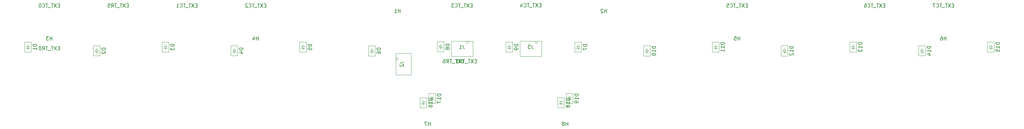
<source format=gbr>
G04 #@! TF.GenerationSoftware,KiCad,Pcbnew,(6.0.10-0)*
G04 #@! TF.CreationDate,2023-02-16T10:13:06+09:00*
G04 #@! TF.ProjectId,Sandy_Top,53616e64-795f-4546-9f70-2e6b69636164,v.0*
G04 #@! TF.SameCoordinates,Original*
G04 #@! TF.FileFunction,AssemblyDrawing,Bot*
%FSLAX46Y46*%
G04 Gerber Fmt 4.6, Leading zero omitted, Abs format (unit mm)*
G04 Created by KiCad (PCBNEW (6.0.10-0)) date 2023-02-16 10:13:06*
%MOMM*%
%LPD*%
G01*
G04 APERTURE LIST*
%ADD10C,0.150000*%
%ADD11C,0.100000*%
G04 APERTURE END LIST*
D10*
X167838643Y-30027660D02*
X167838643Y-30741946D01*
X167886262Y-30884803D01*
X167981500Y-30980041D01*
X168124357Y-31027660D01*
X168219595Y-31027660D01*
X167457690Y-30027660D02*
X166838643Y-30027660D01*
X167171976Y-30408613D01*
X167029119Y-30408613D01*
X166933881Y-30456232D01*
X166886262Y-30503851D01*
X166838643Y-30599089D01*
X166838643Y-30837184D01*
X166886262Y-30932422D01*
X166933881Y-30980041D01*
X167029119Y-31027660D01*
X167314833Y-31027660D01*
X167410071Y-30980041D01*
X167457690Y-30932422D01*
X131238940Y-35004446D02*
X131953226Y-35004446D01*
X132096083Y-34956827D01*
X132191321Y-34861589D01*
X132238940Y-34718732D01*
X132238940Y-34623494D01*
X131334179Y-35433018D02*
X131286560Y-35480637D01*
X131238940Y-35575875D01*
X131238940Y-35813970D01*
X131286560Y-35909208D01*
X131334179Y-35956827D01*
X131429417Y-36004446D01*
X131524655Y-36004446D01*
X131667512Y-35956827D01*
X132238940Y-35385399D01*
X132238940Y-36004446D01*
X148788643Y-30027660D02*
X148788643Y-30741946D01*
X148836262Y-30884803D01*
X148931500Y-30980041D01*
X149074357Y-31027660D01*
X149169595Y-31027660D01*
X147788643Y-31027660D02*
X148360071Y-31027660D01*
X148074357Y-31027660D02*
X148074357Y-30027660D01*
X148169595Y-30170518D01*
X148264833Y-30265756D01*
X148360071Y-30313375D01*
X177792214Y-52458910D02*
X177792214Y-51458910D01*
X177792214Y-51935101D02*
X177220786Y-51935101D01*
X177220786Y-52458910D02*
X177220786Y-51458910D01*
X176601738Y-51887482D02*
X176696976Y-51839863D01*
X176744595Y-51792244D01*
X176792214Y-51697006D01*
X176792214Y-51649387D01*
X176744595Y-51554149D01*
X176696976Y-51506530D01*
X176601738Y-51458910D01*
X176411262Y-51458910D01*
X176316024Y-51506530D01*
X176268405Y-51554149D01*
X176220786Y-51649387D01*
X176220786Y-51697006D01*
X176268405Y-51792244D01*
X176316024Y-51839863D01*
X176411262Y-51887482D01*
X176601738Y-51887482D01*
X176696976Y-51935101D01*
X176744595Y-51982720D01*
X176792214Y-52077958D01*
X176792214Y-52268434D01*
X176744595Y-52363672D01*
X176696976Y-52411291D01*
X176601738Y-52458910D01*
X176411262Y-52458910D01*
X176316024Y-52411291D01*
X176268405Y-52363672D01*
X176220786Y-52268434D01*
X176220786Y-52077958D01*
X176268405Y-51982720D01*
X176316024Y-51935101D01*
X176411262Y-51887482D01*
X139692214Y-52458910D02*
X139692214Y-51458910D01*
X139692214Y-51935101D02*
X139120786Y-51935101D01*
X139120786Y-52458910D02*
X139120786Y-51458910D01*
X138739833Y-51458910D02*
X138073167Y-51458910D01*
X138501738Y-52458910D01*
X282567214Y-28646410D02*
X282567214Y-27646410D01*
X282567214Y-28122601D02*
X281995786Y-28122601D01*
X281995786Y-28646410D02*
X281995786Y-27646410D01*
X281091024Y-27646410D02*
X281281500Y-27646410D01*
X281376738Y-27694030D01*
X281424357Y-27741649D01*
X281519595Y-27884506D01*
X281567214Y-28074982D01*
X281567214Y-28455934D01*
X281519595Y-28551172D01*
X281471976Y-28598791D01*
X281376738Y-28646410D01*
X281186262Y-28646410D01*
X281091024Y-28598791D01*
X281043405Y-28551172D01*
X280995786Y-28455934D01*
X280995786Y-28217839D01*
X281043405Y-28122601D01*
X281091024Y-28074982D01*
X281186262Y-28027363D01*
X281376738Y-28027363D01*
X281471976Y-28074982D01*
X281519595Y-28122601D01*
X281567214Y-28217839D01*
X225417214Y-28646410D02*
X225417214Y-27646410D01*
X225417214Y-28122601D02*
X224845786Y-28122601D01*
X224845786Y-28646410D02*
X224845786Y-27646410D01*
X223893405Y-27646410D02*
X224369595Y-27646410D01*
X224417214Y-28122601D01*
X224369595Y-28074982D01*
X224274357Y-28027363D01*
X224036262Y-28027363D01*
X223941024Y-28074982D01*
X223893405Y-28122601D01*
X223845786Y-28217839D01*
X223845786Y-28455934D01*
X223893405Y-28551172D01*
X223941024Y-28598791D01*
X224036262Y-28646410D01*
X224274357Y-28646410D01*
X224369595Y-28598791D01*
X224417214Y-28551172D01*
X92067214Y-28646410D02*
X92067214Y-27646410D01*
X92067214Y-28122601D02*
X91495786Y-28122601D01*
X91495786Y-28646410D02*
X91495786Y-27646410D01*
X90591024Y-27979744D02*
X90591024Y-28646410D01*
X90829119Y-27598791D02*
X91067214Y-28313077D01*
X90448167Y-28313077D01*
X34917214Y-28646410D02*
X34917214Y-27646410D01*
X34917214Y-28122601D02*
X34345786Y-28122601D01*
X34345786Y-28646410D02*
X34345786Y-27646410D01*
X33964833Y-27646410D02*
X33345786Y-27646410D01*
X33679119Y-28027363D01*
X33536262Y-28027363D01*
X33441024Y-28074982D01*
X33393405Y-28122601D01*
X33345786Y-28217839D01*
X33345786Y-28455934D01*
X33393405Y-28551172D01*
X33441024Y-28598791D01*
X33536262Y-28646410D01*
X33821976Y-28646410D01*
X33917214Y-28598791D01*
X33964833Y-28551172D01*
X188507839Y-21014035D02*
X188507839Y-20014035D01*
X188507839Y-20490226D02*
X187936411Y-20490226D01*
X187936411Y-21014035D02*
X187936411Y-20014035D01*
X187507839Y-20109274D02*
X187460220Y-20061655D01*
X187364982Y-20014035D01*
X187126887Y-20014035D01*
X187031649Y-20061655D01*
X186984030Y-20109274D01*
X186936411Y-20204512D01*
X186936411Y-20299750D01*
X186984030Y-20442607D01*
X187555458Y-21014035D01*
X186936411Y-21014035D01*
X131357839Y-21014035D02*
X131357839Y-20014035D01*
X131357839Y-20490226D02*
X130786411Y-20490226D01*
X130786411Y-21014035D02*
X130786411Y-20014035D01*
X129786411Y-21014035D02*
X130357839Y-21014035D01*
X130072125Y-21014035D02*
X130072125Y-20014035D01*
X130167363Y-20156893D01*
X130262601Y-20252131D01*
X130357839Y-20299750D01*
X148883583Y-34456976D02*
X148550250Y-34456976D01*
X148407393Y-34980785D02*
X148883583Y-34980785D01*
X148883583Y-33980785D01*
X148407393Y-33980785D01*
X148074060Y-33980785D02*
X147407393Y-34980785D01*
X147407393Y-33980785D02*
X148074060Y-34980785D01*
X147169298Y-33980785D02*
X146597869Y-33980785D01*
X146883583Y-34980785D02*
X146883583Y-33980785D01*
X146502631Y-35076024D02*
X145740726Y-35076024D01*
X145645488Y-33980785D02*
X145074060Y-33980785D01*
X145359774Y-34980785D02*
X145359774Y-33980785D01*
X144169298Y-34980785D02*
X144502631Y-34504595D01*
X144740726Y-34980785D02*
X144740726Y-33980785D01*
X144359774Y-33980785D01*
X144264536Y-34028405D01*
X144216917Y-34076024D01*
X144169298Y-34171262D01*
X144169298Y-34314119D01*
X144216917Y-34409357D01*
X144264536Y-34456976D01*
X144359774Y-34504595D01*
X144740726Y-34504595D01*
X143312155Y-33980785D02*
X143502631Y-33980785D01*
X143597869Y-34028405D01*
X143645488Y-34076024D01*
X143740726Y-34218881D01*
X143788345Y-34409357D01*
X143788345Y-34790309D01*
X143740726Y-34885547D01*
X143693107Y-34933166D01*
X143597869Y-34980785D01*
X143407393Y-34980785D01*
X143312155Y-34933166D01*
X143264536Y-34885547D01*
X143216917Y-34790309D01*
X143216917Y-34552214D01*
X143264536Y-34456976D01*
X143312155Y-34409357D01*
X143407393Y-34361738D01*
X143597869Y-34361738D01*
X143693107Y-34409357D01*
X143740726Y-34456976D01*
X143788345Y-34552214D01*
X152455458Y-34456976D02*
X152122125Y-34456976D01*
X151979268Y-34980785D02*
X152455458Y-34980785D01*
X152455458Y-33980785D01*
X151979268Y-33980785D01*
X151645935Y-33980785D02*
X150979268Y-34980785D01*
X150979268Y-33980785D02*
X151645935Y-34980785D01*
X150741173Y-33980785D02*
X150169744Y-33980785D01*
X150455458Y-34980785D02*
X150455458Y-33980785D01*
X150074506Y-35076024D02*
X149312601Y-35076024D01*
X149217363Y-33980785D02*
X148645935Y-33980785D01*
X148931649Y-34980785D02*
X148931649Y-33980785D01*
X147741173Y-34980785D02*
X148074506Y-34504595D01*
X148312601Y-34980785D02*
X148312601Y-33980785D01*
X147931649Y-33980785D01*
X147836411Y-34028405D01*
X147788792Y-34076024D01*
X147741173Y-34171262D01*
X147741173Y-34314119D01*
X147788792Y-34409357D01*
X147836411Y-34456976D01*
X147931649Y-34504595D01*
X148312601Y-34504595D01*
X146788792Y-34980785D02*
X147360220Y-34980785D01*
X147074506Y-34980785D02*
X147074506Y-33980785D01*
X147169744Y-34123643D01*
X147264982Y-34218881D01*
X147360220Y-34266500D01*
X56014833Y-18978851D02*
X55681500Y-18978851D01*
X55538643Y-19502660D02*
X56014833Y-19502660D01*
X56014833Y-18502660D01*
X55538643Y-18502660D01*
X55205310Y-18502660D02*
X54538643Y-19502660D01*
X54538643Y-18502660D02*
X55205310Y-19502660D01*
X54300548Y-18502660D02*
X53729119Y-18502660D01*
X54014833Y-19502660D02*
X54014833Y-18502660D01*
X53633881Y-19597899D02*
X52871976Y-19597899D01*
X52776738Y-18502660D02*
X52205310Y-18502660D01*
X52491024Y-19502660D02*
X52491024Y-18502660D01*
X51300548Y-19502660D02*
X51633881Y-19026470D01*
X51871976Y-19502660D02*
X51871976Y-18502660D01*
X51491024Y-18502660D01*
X51395786Y-18550280D01*
X51348167Y-18597899D01*
X51300548Y-18693137D01*
X51300548Y-18835994D01*
X51348167Y-18931232D01*
X51395786Y-18978851D01*
X51491024Y-19026470D01*
X51871976Y-19026470D01*
X50395786Y-18502660D02*
X50871976Y-18502660D01*
X50919595Y-18978851D01*
X50871976Y-18931232D01*
X50776738Y-18883613D01*
X50538643Y-18883613D01*
X50443405Y-18931232D01*
X50395786Y-18978851D01*
X50348167Y-19074089D01*
X50348167Y-19312184D01*
X50395786Y-19407422D01*
X50443405Y-19455041D01*
X50538643Y-19502660D01*
X50776738Y-19502660D01*
X50871976Y-19455041D01*
X50919595Y-19407422D01*
X36964833Y-30885101D02*
X36631500Y-30885101D01*
X36488643Y-31408910D02*
X36964833Y-31408910D01*
X36964833Y-30408910D01*
X36488643Y-30408910D01*
X36155310Y-30408910D02*
X35488643Y-31408910D01*
X35488643Y-30408910D02*
X36155310Y-31408910D01*
X35250548Y-30408910D02*
X34679119Y-30408910D01*
X34964833Y-31408910D02*
X34964833Y-30408910D01*
X34583881Y-31504149D02*
X33821976Y-31504149D01*
X33726738Y-30408910D02*
X33155310Y-30408910D01*
X33441024Y-31408910D02*
X33441024Y-30408910D01*
X32250548Y-31408910D02*
X32583881Y-30932720D01*
X32821976Y-31408910D02*
X32821976Y-30408910D01*
X32441024Y-30408910D01*
X32345786Y-30456530D01*
X32298167Y-30504149D01*
X32250548Y-30599387D01*
X32250548Y-30742244D01*
X32298167Y-30837482D01*
X32345786Y-30885101D01*
X32441024Y-30932720D01*
X32821976Y-30932720D01*
X31631500Y-30408910D02*
X31536262Y-30408910D01*
X31441024Y-30456530D01*
X31393405Y-30504149D01*
X31345786Y-30599387D01*
X31298167Y-30789863D01*
X31298167Y-31027958D01*
X31345786Y-31218434D01*
X31393405Y-31313672D01*
X31441024Y-31361291D01*
X31536262Y-31408910D01*
X31631500Y-31408910D01*
X31726738Y-31361291D01*
X31774357Y-31313672D01*
X31821976Y-31218434D01*
X31869595Y-31027958D01*
X31869595Y-30789863D01*
X31821976Y-30599387D01*
X31774357Y-30504149D01*
X31726738Y-30456530D01*
X31631500Y-30408910D01*
X284614833Y-18988226D02*
X284281500Y-18988226D01*
X284138643Y-19512035D02*
X284614833Y-19512035D01*
X284614833Y-18512035D01*
X284138643Y-18512035D01*
X283805310Y-18512035D02*
X283138643Y-19512035D01*
X283138643Y-18512035D02*
X283805310Y-19512035D01*
X282900548Y-18512035D02*
X282329119Y-18512035D01*
X282614833Y-19512035D02*
X282614833Y-18512035D01*
X282233881Y-19607274D02*
X281471976Y-19607274D01*
X281376738Y-18512035D02*
X280805310Y-18512035D01*
X281091024Y-19512035D02*
X281091024Y-18512035D01*
X279900548Y-19416797D02*
X279948167Y-19464416D01*
X280091024Y-19512035D01*
X280186262Y-19512035D01*
X280329119Y-19464416D01*
X280424357Y-19369178D01*
X280471976Y-19273940D01*
X280519595Y-19083464D01*
X280519595Y-18940607D01*
X280471976Y-18750131D01*
X280424357Y-18654893D01*
X280329119Y-18559655D01*
X280186262Y-18512035D01*
X280091024Y-18512035D01*
X279948167Y-18559655D01*
X279900548Y-18607274D01*
X279567214Y-18512035D02*
X278900548Y-18512035D01*
X279329119Y-19512035D01*
X265564833Y-18978851D02*
X265231500Y-18978851D01*
X265088643Y-19502660D02*
X265564833Y-19502660D01*
X265564833Y-18502660D01*
X265088643Y-18502660D01*
X264755310Y-18502660D02*
X264088643Y-19502660D01*
X264088643Y-18502660D02*
X264755310Y-19502660D01*
X263850548Y-18502660D02*
X263279119Y-18502660D01*
X263564833Y-19502660D02*
X263564833Y-18502660D01*
X263183881Y-19597899D02*
X262421976Y-19597899D01*
X262326738Y-18502660D02*
X261755310Y-18502660D01*
X262041024Y-19502660D02*
X262041024Y-18502660D01*
X260850548Y-19407422D02*
X260898167Y-19455041D01*
X261041024Y-19502660D01*
X261136262Y-19502660D01*
X261279119Y-19455041D01*
X261374357Y-19359803D01*
X261421976Y-19264565D01*
X261469595Y-19074089D01*
X261469595Y-18931232D01*
X261421976Y-18740756D01*
X261374357Y-18645518D01*
X261279119Y-18550280D01*
X261136262Y-18502660D01*
X261041024Y-18502660D01*
X260898167Y-18550280D01*
X260850548Y-18597899D01*
X259993405Y-18502660D02*
X260183881Y-18502660D01*
X260279119Y-18550280D01*
X260326738Y-18597899D01*
X260421976Y-18740756D01*
X260469595Y-18931232D01*
X260469595Y-19312184D01*
X260421976Y-19407422D01*
X260374357Y-19455041D01*
X260279119Y-19502660D01*
X260088643Y-19502660D01*
X259993405Y-19455041D01*
X259945786Y-19407422D01*
X259898167Y-19312184D01*
X259898167Y-19074089D01*
X259945786Y-18978851D01*
X259993405Y-18931232D01*
X260088643Y-18883613D01*
X260279119Y-18883613D01*
X260374357Y-18931232D01*
X260421976Y-18978851D01*
X260469595Y-19074089D01*
X227464833Y-18978851D02*
X227131500Y-18978851D01*
X226988643Y-19502660D02*
X227464833Y-19502660D01*
X227464833Y-18502660D01*
X226988643Y-18502660D01*
X226655310Y-18502660D02*
X225988643Y-19502660D01*
X225988643Y-18502660D02*
X226655310Y-19502660D01*
X225750548Y-18502660D02*
X225179119Y-18502660D01*
X225464833Y-19502660D02*
X225464833Y-18502660D01*
X225083881Y-19597899D02*
X224321976Y-19597899D01*
X224226738Y-18502660D02*
X223655310Y-18502660D01*
X223941024Y-19502660D02*
X223941024Y-18502660D01*
X222750548Y-19407422D02*
X222798167Y-19455041D01*
X222941024Y-19502660D01*
X223036262Y-19502660D01*
X223179119Y-19455041D01*
X223274357Y-19359803D01*
X223321976Y-19264565D01*
X223369595Y-19074089D01*
X223369595Y-18931232D01*
X223321976Y-18740756D01*
X223274357Y-18645518D01*
X223179119Y-18550280D01*
X223036262Y-18502660D01*
X222941024Y-18502660D01*
X222798167Y-18550280D01*
X222750548Y-18597899D01*
X221845786Y-18502660D02*
X222321976Y-18502660D01*
X222369595Y-18978851D01*
X222321976Y-18931232D01*
X222226738Y-18883613D01*
X221988643Y-18883613D01*
X221893405Y-18931232D01*
X221845786Y-18978851D01*
X221798167Y-19074089D01*
X221798167Y-19312184D01*
X221845786Y-19407422D01*
X221893405Y-19455041D01*
X221988643Y-19502660D01*
X222226738Y-19502660D01*
X222321976Y-19455041D01*
X222369595Y-19407422D01*
X170314833Y-18931976D02*
X169981500Y-18931976D01*
X169838643Y-19455785D02*
X170314833Y-19455785D01*
X170314833Y-18455785D01*
X169838643Y-18455785D01*
X169505310Y-18455785D02*
X168838643Y-19455785D01*
X168838643Y-18455785D02*
X169505310Y-19455785D01*
X168600548Y-18455785D02*
X168029119Y-18455785D01*
X168314833Y-19455785D02*
X168314833Y-18455785D01*
X167933881Y-19551024D02*
X167171976Y-19551024D01*
X167076738Y-18455785D02*
X166505310Y-18455785D01*
X166791024Y-19455785D02*
X166791024Y-18455785D01*
X165600548Y-19360547D02*
X165648167Y-19408166D01*
X165791024Y-19455785D01*
X165886262Y-19455785D01*
X166029119Y-19408166D01*
X166124357Y-19312928D01*
X166171976Y-19217690D01*
X166219595Y-19027214D01*
X166219595Y-18884357D01*
X166171976Y-18693881D01*
X166124357Y-18598643D01*
X166029119Y-18503405D01*
X165886262Y-18455785D01*
X165791024Y-18455785D01*
X165648167Y-18503405D01*
X165600548Y-18551024D01*
X164743405Y-18789119D02*
X164743405Y-19455785D01*
X164981500Y-18408166D02*
X165219595Y-19122452D01*
X164600548Y-19122452D01*
X151264833Y-18988226D02*
X150931500Y-18988226D01*
X150788643Y-19512035D02*
X151264833Y-19512035D01*
X151264833Y-18512035D01*
X150788643Y-18512035D01*
X150455310Y-18512035D02*
X149788643Y-19512035D01*
X149788643Y-18512035D02*
X150455310Y-19512035D01*
X149550548Y-18512035D02*
X148979119Y-18512035D01*
X149264833Y-19512035D02*
X149264833Y-18512035D01*
X148883881Y-19607274D02*
X148121976Y-19607274D01*
X148026738Y-18512035D02*
X147455310Y-18512035D01*
X147741024Y-19512035D02*
X147741024Y-18512035D01*
X146550548Y-19416797D02*
X146598167Y-19464416D01*
X146741024Y-19512035D01*
X146836262Y-19512035D01*
X146979119Y-19464416D01*
X147074357Y-19369178D01*
X147121976Y-19273940D01*
X147169595Y-19083464D01*
X147169595Y-18940607D01*
X147121976Y-18750131D01*
X147074357Y-18654893D01*
X146979119Y-18559655D01*
X146836262Y-18512035D01*
X146741024Y-18512035D01*
X146598167Y-18559655D01*
X146550548Y-18607274D01*
X146217214Y-18512035D02*
X145598167Y-18512035D01*
X145931500Y-18892988D01*
X145788643Y-18892988D01*
X145693405Y-18940607D01*
X145645786Y-18988226D01*
X145598167Y-19083464D01*
X145598167Y-19321559D01*
X145645786Y-19416797D01*
X145693405Y-19464416D01*
X145788643Y-19512035D01*
X146074357Y-19512035D01*
X146169595Y-19464416D01*
X146217214Y-19416797D01*
X94114833Y-18988226D02*
X93781500Y-18988226D01*
X93638643Y-19512035D02*
X94114833Y-19512035D01*
X94114833Y-18512035D01*
X93638643Y-18512035D01*
X93305310Y-18512035D02*
X92638643Y-19512035D01*
X92638643Y-18512035D02*
X93305310Y-19512035D01*
X92400548Y-18512035D02*
X91829119Y-18512035D01*
X92114833Y-19512035D02*
X92114833Y-18512035D01*
X91733881Y-19607274D02*
X90971976Y-19607274D01*
X90876738Y-18512035D02*
X90305310Y-18512035D01*
X90591024Y-19512035D02*
X90591024Y-18512035D01*
X89400548Y-19416797D02*
X89448167Y-19464416D01*
X89591024Y-19512035D01*
X89686262Y-19512035D01*
X89829119Y-19464416D01*
X89924357Y-19369178D01*
X89971976Y-19273940D01*
X90019595Y-19083464D01*
X90019595Y-18940607D01*
X89971976Y-18750131D01*
X89924357Y-18654893D01*
X89829119Y-18559655D01*
X89686262Y-18512035D01*
X89591024Y-18512035D01*
X89448167Y-18559655D01*
X89400548Y-18607274D01*
X89019595Y-18607274D02*
X88971976Y-18559655D01*
X88876738Y-18512035D01*
X88638643Y-18512035D01*
X88543405Y-18559655D01*
X88495786Y-18607274D01*
X88448167Y-18702512D01*
X88448167Y-18797750D01*
X88495786Y-18940607D01*
X89067214Y-19512035D01*
X88448167Y-19512035D01*
X75064833Y-18988226D02*
X74731500Y-18988226D01*
X74588643Y-19512035D02*
X75064833Y-19512035D01*
X75064833Y-18512035D01*
X74588643Y-18512035D01*
X74255310Y-18512035D02*
X73588643Y-19512035D01*
X73588643Y-18512035D02*
X74255310Y-19512035D01*
X73350548Y-18512035D02*
X72779119Y-18512035D01*
X73064833Y-19512035D02*
X73064833Y-18512035D01*
X72683881Y-19607274D02*
X71921976Y-19607274D01*
X71826738Y-18512035D02*
X71255310Y-18512035D01*
X71541024Y-19512035D02*
X71541024Y-18512035D01*
X70350548Y-19416797D02*
X70398167Y-19464416D01*
X70541024Y-19512035D01*
X70636262Y-19512035D01*
X70779119Y-19464416D01*
X70874357Y-19369178D01*
X70921976Y-19273940D01*
X70969595Y-19083464D01*
X70969595Y-18940607D01*
X70921976Y-18750131D01*
X70874357Y-18654893D01*
X70779119Y-18559655D01*
X70636262Y-18512035D01*
X70541024Y-18512035D01*
X70398167Y-18559655D01*
X70350548Y-18607274D01*
X69398167Y-19512035D02*
X69969595Y-19512035D01*
X69683881Y-19512035D02*
X69683881Y-18512035D01*
X69779119Y-18654893D01*
X69874357Y-18750131D01*
X69969595Y-18797750D01*
X36964833Y-18988226D02*
X36631500Y-18988226D01*
X36488643Y-19512035D02*
X36964833Y-19512035D01*
X36964833Y-18512035D01*
X36488643Y-18512035D01*
X36155310Y-18512035D02*
X35488643Y-19512035D01*
X35488643Y-18512035D02*
X36155310Y-19512035D01*
X35250548Y-18512035D02*
X34679119Y-18512035D01*
X34964833Y-19512035D02*
X34964833Y-18512035D01*
X34583881Y-19607274D02*
X33821976Y-19607274D01*
X33726738Y-18512035D02*
X33155310Y-18512035D01*
X33441024Y-19512035D02*
X33441024Y-18512035D01*
X32250548Y-19416797D02*
X32298167Y-19464416D01*
X32441024Y-19512035D01*
X32536262Y-19512035D01*
X32679119Y-19464416D01*
X32774357Y-19369178D01*
X32821976Y-19273940D01*
X32869595Y-19083464D01*
X32869595Y-18940607D01*
X32821976Y-18750131D01*
X32774357Y-18654893D01*
X32679119Y-18559655D01*
X32536262Y-18512035D01*
X32441024Y-18512035D01*
X32298167Y-18559655D01*
X32250548Y-18607274D01*
X31631500Y-18512035D02*
X31536262Y-18512035D01*
X31441024Y-18559655D01*
X31393405Y-18607274D01*
X31345786Y-18702512D01*
X31298167Y-18892988D01*
X31298167Y-19131083D01*
X31345786Y-19321559D01*
X31393405Y-19416797D01*
X31441024Y-19464416D01*
X31536262Y-19512035D01*
X31631500Y-19512035D01*
X31726738Y-19464416D01*
X31774357Y-19416797D01*
X31821976Y-19321559D01*
X31869595Y-19131083D01*
X31869595Y-18892988D01*
X31821976Y-18702512D01*
X31774357Y-18607274D01*
X31726738Y-18559655D01*
X31631500Y-18512035D01*
X180673315Y-43648494D02*
X179673315Y-43648494D01*
X179673315Y-43886589D01*
X179720935Y-44029446D01*
X179816173Y-44124684D01*
X179911411Y-44172303D01*
X180101887Y-44219922D01*
X180244744Y-44219922D01*
X180435220Y-44172303D01*
X180530458Y-44124684D01*
X180625696Y-44029446D01*
X180673315Y-43886589D01*
X180673315Y-43648494D01*
X180673315Y-45172303D02*
X180673315Y-44600875D01*
X180673315Y-44886589D02*
X179673315Y-44886589D01*
X179816173Y-44791351D01*
X179911411Y-44696113D01*
X179959030Y-44600875D01*
X180673315Y-45648494D02*
X180673315Y-45838970D01*
X180625696Y-45934208D01*
X180578077Y-45981827D01*
X180435220Y-46077065D01*
X180244744Y-46124684D01*
X179863792Y-46124684D01*
X179768554Y-46077065D01*
X179720935Y-46029446D01*
X179673315Y-45934208D01*
X179673315Y-45743732D01*
X179720935Y-45648494D01*
X179768554Y-45600875D01*
X179863792Y-45553256D01*
X180101887Y-45553256D01*
X180197125Y-45600875D01*
X180244744Y-45648494D01*
X180292363Y-45743732D01*
X180292363Y-45934208D01*
X180244744Y-46029446D01*
X180197125Y-46077065D01*
X180101887Y-46124684D01*
X178292065Y-44839119D02*
X177292065Y-44839119D01*
X177292065Y-45077214D01*
X177339685Y-45220071D01*
X177434923Y-45315309D01*
X177530161Y-45362928D01*
X177720637Y-45410547D01*
X177863494Y-45410547D01*
X178053970Y-45362928D01*
X178149208Y-45315309D01*
X178244446Y-45220071D01*
X178292065Y-45077214D01*
X178292065Y-44839119D01*
X178292065Y-46362928D02*
X178292065Y-45791500D01*
X178292065Y-46077214D02*
X177292065Y-46077214D01*
X177434923Y-45981976D01*
X177530161Y-45886738D01*
X177577780Y-45791500D01*
X177720637Y-46934357D02*
X177673018Y-46839119D01*
X177625399Y-46791500D01*
X177530161Y-46743881D01*
X177482542Y-46743881D01*
X177387304Y-46791500D01*
X177339685Y-46839119D01*
X177292065Y-46934357D01*
X177292065Y-47124833D01*
X177339685Y-47220071D01*
X177387304Y-47267690D01*
X177482542Y-47315309D01*
X177530161Y-47315309D01*
X177625399Y-47267690D01*
X177673018Y-47220071D01*
X177720637Y-47124833D01*
X177720637Y-46934357D01*
X177768256Y-46839119D01*
X177815875Y-46791500D01*
X177911113Y-46743881D01*
X178101589Y-46743881D01*
X178196827Y-46791500D01*
X178244446Y-46839119D01*
X178292065Y-46934357D01*
X178292065Y-47124833D01*
X178244446Y-47220071D01*
X178196827Y-47267690D01*
X178101589Y-47315309D01*
X177911113Y-47315309D01*
X177815875Y-47267690D01*
X177768256Y-47220071D01*
X177720637Y-47124833D01*
X142573315Y-43648494D02*
X141573315Y-43648494D01*
X141573315Y-43886589D01*
X141620935Y-44029446D01*
X141716173Y-44124684D01*
X141811411Y-44172303D01*
X142001887Y-44219922D01*
X142144744Y-44219922D01*
X142335220Y-44172303D01*
X142430458Y-44124684D01*
X142525696Y-44029446D01*
X142573315Y-43886589D01*
X142573315Y-43648494D01*
X142573315Y-45172303D02*
X142573315Y-44600875D01*
X142573315Y-44886589D02*
X141573315Y-44886589D01*
X141716173Y-44791351D01*
X141811411Y-44696113D01*
X141859030Y-44600875D01*
X141573315Y-45505637D02*
X141573315Y-46172303D01*
X142573315Y-45743732D01*
X140192065Y-44839119D02*
X139192065Y-44839119D01*
X139192065Y-45077214D01*
X139239685Y-45220071D01*
X139334923Y-45315309D01*
X139430161Y-45362928D01*
X139620637Y-45410547D01*
X139763494Y-45410547D01*
X139953970Y-45362928D01*
X140049208Y-45315309D01*
X140144446Y-45220071D01*
X140192065Y-45077214D01*
X140192065Y-44839119D01*
X140192065Y-46362928D02*
X140192065Y-45791500D01*
X140192065Y-46077214D02*
X139192065Y-46077214D01*
X139334923Y-45981976D01*
X139430161Y-45886738D01*
X139477780Y-45791500D01*
X139192065Y-47220071D02*
X139192065Y-47029595D01*
X139239685Y-46934357D01*
X139287304Y-46886738D01*
X139430161Y-46791500D01*
X139620637Y-46743881D01*
X140001589Y-46743881D01*
X140096827Y-46791500D01*
X140144446Y-46839119D01*
X140192065Y-46934357D01*
X140192065Y-47124833D01*
X140144446Y-47220071D01*
X140096827Y-47267690D01*
X140001589Y-47315309D01*
X139763494Y-47315309D01*
X139668256Y-47267690D01*
X139620637Y-47220071D01*
X139573018Y-47124833D01*
X139573018Y-46934357D01*
X139620637Y-46839119D01*
X139668256Y-46791500D01*
X139763494Y-46743881D01*
X297354565Y-29360994D02*
X296354565Y-29360994D01*
X296354565Y-29599089D01*
X296402185Y-29741946D01*
X296497423Y-29837184D01*
X296592661Y-29884803D01*
X296783137Y-29932422D01*
X296925994Y-29932422D01*
X297116470Y-29884803D01*
X297211708Y-29837184D01*
X297306946Y-29741946D01*
X297354565Y-29599089D01*
X297354565Y-29360994D01*
X297354565Y-30884803D02*
X297354565Y-30313375D01*
X297354565Y-30599089D02*
X296354565Y-30599089D01*
X296497423Y-30503851D01*
X296592661Y-30408613D01*
X296640280Y-30313375D01*
X296354565Y-31789565D02*
X296354565Y-31313375D01*
X296830756Y-31265756D01*
X296783137Y-31313375D01*
X296735518Y-31408613D01*
X296735518Y-31646708D01*
X296783137Y-31741946D01*
X296830756Y-31789565D01*
X296925994Y-31837184D01*
X297164089Y-31837184D01*
X297259327Y-31789565D01*
X297306946Y-31741946D01*
X297354565Y-31646708D01*
X297354565Y-31408613D01*
X297306946Y-31313375D01*
X297259327Y-31265756D01*
X278304565Y-30410994D02*
X277304565Y-30410994D01*
X277304565Y-30649089D01*
X277352185Y-30791946D01*
X277447423Y-30887184D01*
X277542661Y-30934803D01*
X277733137Y-30982422D01*
X277875994Y-30982422D01*
X278066470Y-30934803D01*
X278161708Y-30887184D01*
X278256946Y-30791946D01*
X278304565Y-30649089D01*
X278304565Y-30410994D01*
X278304565Y-31934803D02*
X278304565Y-31363375D01*
X278304565Y-31649089D02*
X277304565Y-31649089D01*
X277447423Y-31553851D01*
X277542661Y-31458613D01*
X277590280Y-31363375D01*
X277637899Y-32791946D02*
X278304565Y-32791946D01*
X277256946Y-32553851D02*
X277971232Y-32315756D01*
X277971232Y-32934803D01*
X259254565Y-29360994D02*
X258254565Y-29360994D01*
X258254565Y-29599089D01*
X258302185Y-29741946D01*
X258397423Y-29837184D01*
X258492661Y-29884803D01*
X258683137Y-29932422D01*
X258825994Y-29932422D01*
X259016470Y-29884803D01*
X259111708Y-29837184D01*
X259206946Y-29741946D01*
X259254565Y-29599089D01*
X259254565Y-29360994D01*
X259254565Y-30884803D02*
X259254565Y-30313375D01*
X259254565Y-30599089D02*
X258254565Y-30599089D01*
X258397423Y-30503851D01*
X258492661Y-30408613D01*
X258540280Y-30313375D01*
X258254565Y-31218137D02*
X258254565Y-31837184D01*
X258635518Y-31503851D01*
X258635518Y-31646708D01*
X258683137Y-31741946D01*
X258730756Y-31789565D01*
X258825994Y-31837184D01*
X259064089Y-31837184D01*
X259159327Y-31789565D01*
X259206946Y-31741946D01*
X259254565Y-31646708D01*
X259254565Y-31360994D01*
X259206946Y-31265756D01*
X259159327Y-31218137D01*
X240204565Y-30414994D02*
X239204565Y-30414994D01*
X239204565Y-30653089D01*
X239252185Y-30795946D01*
X239347423Y-30891184D01*
X239442661Y-30938803D01*
X239633137Y-30986422D01*
X239775994Y-30986422D01*
X239966470Y-30938803D01*
X240061708Y-30891184D01*
X240156946Y-30795946D01*
X240204565Y-30653089D01*
X240204565Y-30414994D01*
X240204565Y-31938803D02*
X240204565Y-31367375D01*
X240204565Y-31653089D02*
X239204565Y-31653089D01*
X239347423Y-31557851D01*
X239442661Y-31462613D01*
X239490280Y-31367375D01*
X239299804Y-32319756D02*
X239252185Y-32367375D01*
X239204565Y-32462613D01*
X239204565Y-32700708D01*
X239252185Y-32795946D01*
X239299804Y-32843565D01*
X239395042Y-32891184D01*
X239490280Y-32891184D01*
X239633137Y-32843565D01*
X240204565Y-32272137D01*
X240204565Y-32891184D01*
X221154565Y-29360994D02*
X220154565Y-29360994D01*
X220154565Y-29599089D01*
X220202185Y-29741946D01*
X220297423Y-29837184D01*
X220392661Y-29884803D01*
X220583137Y-29932422D01*
X220725994Y-29932422D01*
X220916470Y-29884803D01*
X221011708Y-29837184D01*
X221106946Y-29741946D01*
X221154565Y-29599089D01*
X221154565Y-29360994D01*
X221154565Y-30884803D02*
X221154565Y-30313375D01*
X221154565Y-30599089D02*
X220154565Y-30599089D01*
X220297423Y-30503851D01*
X220392661Y-30408613D01*
X220440280Y-30313375D01*
X221154565Y-31837184D02*
X221154565Y-31265756D01*
X221154565Y-31551470D02*
X220154565Y-31551470D01*
X220297423Y-31456232D01*
X220392661Y-31360994D01*
X220440280Y-31265756D01*
X202104565Y-30414994D02*
X201104565Y-30414994D01*
X201104565Y-30653089D01*
X201152185Y-30795946D01*
X201247423Y-30891184D01*
X201342661Y-30938803D01*
X201533137Y-30986422D01*
X201675994Y-30986422D01*
X201866470Y-30938803D01*
X201961708Y-30891184D01*
X202056946Y-30795946D01*
X202104565Y-30653089D01*
X202104565Y-30414994D01*
X202104565Y-31938803D02*
X202104565Y-31367375D01*
X202104565Y-31653089D02*
X201104565Y-31653089D01*
X201247423Y-31557851D01*
X201342661Y-31462613D01*
X201390280Y-31367375D01*
X201104565Y-32557851D02*
X201104565Y-32653089D01*
X201152185Y-32748327D01*
X201199804Y-32795946D01*
X201295042Y-32843565D01*
X201485518Y-32891184D01*
X201723613Y-32891184D01*
X201914089Y-32843565D01*
X202009327Y-32795946D01*
X202056946Y-32748327D01*
X202104565Y-32653089D01*
X202104565Y-32557851D01*
X202056946Y-32462613D01*
X202009327Y-32414994D01*
X201914089Y-32367375D01*
X201723613Y-32319756D01*
X201485518Y-32319756D01*
X201295042Y-32367375D01*
X201199804Y-32414994D01*
X201152185Y-32462613D01*
X201104565Y-32557851D01*
X164004565Y-29837184D02*
X163004565Y-29837184D01*
X163004565Y-30075280D01*
X163052185Y-30218137D01*
X163147423Y-30313375D01*
X163242661Y-30360994D01*
X163433137Y-30408613D01*
X163575994Y-30408613D01*
X163766470Y-30360994D01*
X163861708Y-30313375D01*
X163956946Y-30218137D01*
X164004565Y-30075280D01*
X164004565Y-29837184D01*
X164004565Y-30884803D02*
X164004565Y-31075280D01*
X163956946Y-31170518D01*
X163909327Y-31218137D01*
X163766470Y-31313375D01*
X163575994Y-31360994D01*
X163195042Y-31360994D01*
X163099804Y-31313375D01*
X163052185Y-31265756D01*
X163004565Y-31170518D01*
X163004565Y-30980041D01*
X163052185Y-30884803D01*
X163099804Y-30837184D01*
X163195042Y-30789565D01*
X163433137Y-30789565D01*
X163528375Y-30837184D01*
X163575994Y-30884803D01*
X163623613Y-30980041D01*
X163623613Y-31170518D01*
X163575994Y-31265756D01*
X163528375Y-31313375D01*
X163433137Y-31360994D01*
X144954565Y-29737184D02*
X143954565Y-29737184D01*
X143954565Y-29975280D01*
X144002185Y-30118137D01*
X144097423Y-30213375D01*
X144192661Y-30260994D01*
X144383137Y-30308613D01*
X144525994Y-30308613D01*
X144716470Y-30260994D01*
X144811708Y-30213375D01*
X144906946Y-30118137D01*
X144954565Y-29975280D01*
X144954565Y-29737184D01*
X144383137Y-30880041D02*
X144335518Y-30784803D01*
X144287899Y-30737184D01*
X144192661Y-30689565D01*
X144145042Y-30689565D01*
X144049804Y-30737184D01*
X144002185Y-30784803D01*
X143954565Y-30880041D01*
X143954565Y-31070518D01*
X144002185Y-31165756D01*
X144049804Y-31213375D01*
X144145042Y-31260994D01*
X144192661Y-31260994D01*
X144287899Y-31213375D01*
X144335518Y-31165756D01*
X144383137Y-31070518D01*
X144383137Y-30880041D01*
X144430756Y-30784803D01*
X144478375Y-30737184D01*
X144573613Y-30689565D01*
X144764089Y-30689565D01*
X144859327Y-30737184D01*
X144906946Y-30784803D01*
X144954565Y-30880041D01*
X144954565Y-31070518D01*
X144906946Y-31165756D01*
X144859327Y-31213375D01*
X144764089Y-31260994D01*
X144573613Y-31260994D01*
X144478375Y-31213375D01*
X144430756Y-31165756D01*
X144383137Y-31070518D01*
X183054565Y-29837184D02*
X182054565Y-29837184D01*
X182054565Y-30075280D01*
X182102185Y-30218137D01*
X182197423Y-30313375D01*
X182292661Y-30360994D01*
X182483137Y-30408613D01*
X182625994Y-30408613D01*
X182816470Y-30360994D01*
X182911708Y-30313375D01*
X183006946Y-30218137D01*
X183054565Y-30075280D01*
X183054565Y-29837184D01*
X182054565Y-30741946D02*
X182054565Y-31408613D01*
X183054565Y-30980041D01*
X125904565Y-30891184D02*
X124904565Y-30891184D01*
X124904565Y-31129280D01*
X124952185Y-31272137D01*
X125047423Y-31367375D01*
X125142661Y-31414994D01*
X125333137Y-31462613D01*
X125475994Y-31462613D01*
X125666470Y-31414994D01*
X125761708Y-31367375D01*
X125856946Y-31272137D01*
X125904565Y-31129280D01*
X125904565Y-30891184D01*
X124904565Y-32319756D02*
X124904565Y-32129280D01*
X124952185Y-32034041D01*
X124999804Y-31986422D01*
X125142661Y-31891184D01*
X125333137Y-31843565D01*
X125714089Y-31843565D01*
X125809327Y-31891184D01*
X125856946Y-31938803D01*
X125904565Y-32034041D01*
X125904565Y-32224518D01*
X125856946Y-32319756D01*
X125809327Y-32367375D01*
X125714089Y-32414994D01*
X125475994Y-32414994D01*
X125380756Y-32367375D01*
X125333137Y-32319756D01*
X125285518Y-32224518D01*
X125285518Y-32034041D01*
X125333137Y-31938803D01*
X125380756Y-31891184D01*
X125475994Y-31843565D01*
X106854565Y-29837184D02*
X105854565Y-29837184D01*
X105854565Y-30075280D01*
X105902185Y-30218137D01*
X105997423Y-30313375D01*
X106092661Y-30360994D01*
X106283137Y-30408613D01*
X106425994Y-30408613D01*
X106616470Y-30360994D01*
X106711708Y-30313375D01*
X106806946Y-30218137D01*
X106854565Y-30075280D01*
X106854565Y-29837184D01*
X105854565Y-31313375D02*
X105854565Y-30837184D01*
X106330756Y-30789565D01*
X106283137Y-30837184D01*
X106235518Y-30932422D01*
X106235518Y-31170518D01*
X106283137Y-31265756D01*
X106330756Y-31313375D01*
X106425994Y-31360994D01*
X106664089Y-31360994D01*
X106759327Y-31313375D01*
X106806946Y-31265756D01*
X106854565Y-31170518D01*
X106854565Y-30932422D01*
X106806946Y-30837184D01*
X106759327Y-30789565D01*
X87804565Y-30887184D02*
X86804565Y-30887184D01*
X86804565Y-31125280D01*
X86852185Y-31268137D01*
X86947423Y-31363375D01*
X87042661Y-31410994D01*
X87233137Y-31458613D01*
X87375994Y-31458613D01*
X87566470Y-31410994D01*
X87661708Y-31363375D01*
X87756946Y-31268137D01*
X87804565Y-31125280D01*
X87804565Y-30887184D01*
X87137899Y-32315756D02*
X87804565Y-32315756D01*
X86756946Y-32077660D02*
X87471232Y-31839565D01*
X87471232Y-32458613D01*
X68754565Y-29837184D02*
X67754565Y-29837184D01*
X67754565Y-30075280D01*
X67802185Y-30218137D01*
X67897423Y-30313375D01*
X67992661Y-30360994D01*
X68183137Y-30408613D01*
X68325994Y-30408613D01*
X68516470Y-30360994D01*
X68611708Y-30313375D01*
X68706946Y-30218137D01*
X68754565Y-30075280D01*
X68754565Y-29837184D01*
X67754565Y-30741946D02*
X67754565Y-31360994D01*
X68135518Y-31027660D01*
X68135518Y-31170518D01*
X68183137Y-31265756D01*
X68230756Y-31313375D01*
X68325994Y-31360994D01*
X68564089Y-31360994D01*
X68659327Y-31313375D01*
X68706946Y-31265756D01*
X68754565Y-31170518D01*
X68754565Y-30884803D01*
X68706946Y-30789565D01*
X68659327Y-30741946D01*
X49704565Y-30887184D02*
X48704565Y-30887184D01*
X48704565Y-31125280D01*
X48752185Y-31268137D01*
X48847423Y-31363375D01*
X48942661Y-31410994D01*
X49133137Y-31458613D01*
X49275994Y-31458613D01*
X49466470Y-31410994D01*
X49561708Y-31363375D01*
X49656946Y-31268137D01*
X49704565Y-31125280D01*
X49704565Y-30887184D01*
X48799804Y-31839565D02*
X48752185Y-31887184D01*
X48704565Y-31982422D01*
X48704565Y-32220518D01*
X48752185Y-32315756D01*
X48799804Y-32363375D01*
X48895042Y-32410994D01*
X48990280Y-32410994D01*
X49133137Y-32363375D01*
X49704565Y-31791946D01*
X49704565Y-32410994D01*
X30654565Y-29837184D02*
X29654565Y-29837184D01*
X29654565Y-30075280D01*
X29702185Y-30218137D01*
X29797423Y-30313375D01*
X29892661Y-30360994D01*
X30083137Y-30408613D01*
X30225994Y-30408613D01*
X30416470Y-30360994D01*
X30511708Y-30313375D01*
X30606946Y-30218137D01*
X30654565Y-30075280D01*
X30654565Y-29837184D01*
X30654565Y-31360994D02*
X30654565Y-30789565D01*
X30654565Y-31075280D02*
X29654565Y-31075280D01*
X29797423Y-30980041D01*
X29892661Y-30884803D01*
X29940280Y-30789565D01*
D11*
X170505310Y-28900280D02*
X170505310Y-33150280D01*
X170505310Y-33150280D02*
X164505310Y-33150280D01*
X169505310Y-28900280D02*
X169005310Y-29607387D01*
X164505310Y-28900280D02*
X164505310Y-33150280D01*
X170505310Y-28900280D02*
X164505310Y-28900280D01*
X169005310Y-29607387D02*
X168505310Y-28900280D01*
X130111560Y-32337780D02*
X134361560Y-32337780D01*
X134361560Y-32337780D02*
X134361560Y-38337780D01*
X130111560Y-33337780D02*
X130818667Y-33837780D01*
X130111560Y-38337780D02*
X134361560Y-38337780D01*
X130111560Y-32337780D02*
X130111560Y-38337780D01*
X130818667Y-33837780D02*
X130111560Y-34337780D01*
X151455310Y-28900280D02*
X151455310Y-33150280D01*
X151455310Y-33150280D02*
X145455310Y-33150280D01*
X150455310Y-28900280D02*
X149955310Y-29607387D01*
X145455310Y-28900280D02*
X145455310Y-33150280D01*
X151455310Y-28900280D02*
X145455310Y-28900280D01*
X149955310Y-29607387D02*
X149455310Y-28900280D01*
X178220935Y-45212780D02*
X177670935Y-45212780D01*
X177820935Y-44612780D02*
X178220935Y-45212780D01*
X178220935Y-45212780D02*
X178620935Y-44612780D01*
X178220935Y-44612780D02*
X178220935Y-44112780D01*
X178220935Y-45612780D02*
X178220935Y-45212780D01*
X179120935Y-46262780D02*
X179120935Y-43462780D01*
X178220935Y-45212780D02*
X178770935Y-45212780D01*
X179120935Y-43462780D02*
X177320935Y-43462780D01*
X177320935Y-46262780D02*
X179120935Y-46262780D01*
X178620935Y-44612780D02*
X177820935Y-44612780D01*
X177320935Y-43462780D02*
X177320935Y-46262780D01*
X175839685Y-46403405D02*
X175289685Y-46403405D01*
X175439685Y-45803405D02*
X175839685Y-46403405D01*
X175839685Y-46403405D02*
X176239685Y-45803405D01*
X175839685Y-45803405D02*
X175839685Y-45303405D01*
X175839685Y-46803405D02*
X175839685Y-46403405D01*
X176739685Y-47453405D02*
X176739685Y-44653405D01*
X175839685Y-46403405D02*
X176389685Y-46403405D01*
X176739685Y-44653405D02*
X174939685Y-44653405D01*
X174939685Y-47453405D02*
X176739685Y-47453405D01*
X176239685Y-45803405D02*
X175439685Y-45803405D01*
X174939685Y-44653405D02*
X174939685Y-47453405D01*
X140120935Y-45212780D02*
X139570935Y-45212780D01*
X139720935Y-44612780D02*
X140120935Y-45212780D01*
X140120935Y-45212780D02*
X140520935Y-44612780D01*
X140120935Y-44612780D02*
X140120935Y-44112780D01*
X140120935Y-45612780D02*
X140120935Y-45212780D01*
X141020935Y-46262780D02*
X141020935Y-43462780D01*
X140120935Y-45212780D02*
X140670935Y-45212780D01*
X141020935Y-43462780D02*
X139220935Y-43462780D01*
X139220935Y-46262780D02*
X141020935Y-46262780D01*
X140520935Y-44612780D02*
X139720935Y-44612780D01*
X139220935Y-43462780D02*
X139220935Y-46262780D01*
X136839685Y-44653405D02*
X136839685Y-47453405D01*
X138139685Y-45803405D02*
X137339685Y-45803405D01*
X136839685Y-47453405D02*
X138639685Y-47453405D01*
X138639685Y-44653405D02*
X136839685Y-44653405D01*
X137739685Y-46403405D02*
X138289685Y-46403405D01*
X138639685Y-47453405D02*
X138639685Y-44653405D01*
X137739685Y-46803405D02*
X137739685Y-46403405D01*
X137739685Y-45803405D02*
X137739685Y-45303405D01*
X137739685Y-46403405D02*
X138139685Y-45803405D01*
X137339685Y-45803405D02*
X137739685Y-46403405D01*
X137739685Y-46403405D02*
X137189685Y-46403405D01*
X294902185Y-30925280D02*
X294352185Y-30925280D01*
X294502185Y-30325280D02*
X294902185Y-30925280D01*
X294902185Y-30925280D02*
X295302185Y-30325280D01*
X294902185Y-30325280D02*
X294902185Y-29825280D01*
X294902185Y-31325280D02*
X294902185Y-30925280D01*
X295802185Y-31975280D02*
X295802185Y-29175280D01*
X294902185Y-30925280D02*
X295452185Y-30925280D01*
X295802185Y-29175280D02*
X294002185Y-29175280D01*
X294002185Y-31975280D02*
X295802185Y-31975280D01*
X295302185Y-30325280D02*
X294502185Y-30325280D01*
X294002185Y-29175280D02*
X294002185Y-31975280D01*
X275852185Y-31975280D02*
X275302185Y-31975280D01*
X275452185Y-31375280D02*
X275852185Y-31975280D01*
X275852185Y-31975280D02*
X276252185Y-31375280D01*
X275852185Y-31375280D02*
X275852185Y-30875280D01*
X275852185Y-32375280D02*
X275852185Y-31975280D01*
X276752185Y-33025280D02*
X276752185Y-30225280D01*
X275852185Y-31975280D02*
X276402185Y-31975280D01*
X276752185Y-30225280D02*
X274952185Y-30225280D01*
X274952185Y-33025280D02*
X276752185Y-33025280D01*
X276252185Y-31375280D02*
X275452185Y-31375280D01*
X274952185Y-30225280D02*
X274952185Y-33025280D01*
X256802185Y-30925280D02*
X256252185Y-30925280D01*
X256402185Y-30325280D02*
X256802185Y-30925280D01*
X256802185Y-30925280D02*
X257202185Y-30325280D01*
X256802185Y-30325280D02*
X256802185Y-29825280D01*
X256802185Y-31325280D02*
X256802185Y-30925280D01*
X257702185Y-31975280D02*
X257702185Y-29175280D01*
X256802185Y-30925280D02*
X257352185Y-30925280D01*
X257702185Y-29175280D02*
X255902185Y-29175280D01*
X255902185Y-31975280D02*
X257702185Y-31975280D01*
X257202185Y-30325280D02*
X256402185Y-30325280D01*
X255902185Y-29175280D02*
X255902185Y-31975280D01*
X237752185Y-31979280D02*
X237202185Y-31979280D01*
X237352185Y-31379280D02*
X237752185Y-31979280D01*
X237752185Y-31979280D02*
X238152185Y-31379280D01*
X237752185Y-31379280D02*
X237752185Y-30879280D01*
X237752185Y-32379280D02*
X237752185Y-31979280D01*
X238652185Y-33029280D02*
X238652185Y-30229280D01*
X237752185Y-31979280D02*
X238302185Y-31979280D01*
X238652185Y-30229280D02*
X236852185Y-30229280D01*
X236852185Y-33029280D02*
X238652185Y-33029280D01*
X238152185Y-31379280D02*
X237352185Y-31379280D01*
X236852185Y-30229280D02*
X236852185Y-33029280D01*
X218702185Y-30925280D02*
X218152185Y-30925280D01*
X218302185Y-30325280D02*
X218702185Y-30925280D01*
X218702185Y-30925280D02*
X219102185Y-30325280D01*
X218702185Y-30325280D02*
X218702185Y-29825280D01*
X218702185Y-31325280D02*
X218702185Y-30925280D01*
X219602185Y-31975280D02*
X219602185Y-29175280D01*
X218702185Y-30925280D02*
X219252185Y-30925280D01*
X219602185Y-29175280D02*
X217802185Y-29175280D01*
X217802185Y-31975280D02*
X219602185Y-31975280D01*
X219102185Y-30325280D02*
X218302185Y-30325280D01*
X217802185Y-29175280D02*
X217802185Y-31975280D01*
X198752185Y-30229280D02*
X198752185Y-33029280D01*
X200052185Y-31379280D02*
X199252185Y-31379280D01*
X198752185Y-33029280D02*
X200552185Y-33029280D01*
X200552185Y-30229280D02*
X198752185Y-30229280D01*
X199652185Y-31979280D02*
X200202185Y-31979280D01*
X200552185Y-33029280D02*
X200552185Y-30229280D01*
X199652185Y-32379280D02*
X199652185Y-31979280D01*
X199652185Y-31379280D02*
X199652185Y-30879280D01*
X199652185Y-31979280D02*
X200052185Y-31379280D01*
X199252185Y-31379280D02*
X199652185Y-31979280D01*
X199652185Y-31979280D02*
X199102185Y-31979280D01*
X160652185Y-29175280D02*
X160652185Y-31975280D01*
X161952185Y-30325280D02*
X161152185Y-30325280D01*
X160652185Y-31975280D02*
X162452185Y-31975280D01*
X162452185Y-29175280D02*
X160652185Y-29175280D01*
X161552185Y-30925280D02*
X162102185Y-30925280D01*
X162452185Y-31975280D02*
X162452185Y-29175280D01*
X161552185Y-31325280D02*
X161552185Y-30925280D01*
X161552185Y-30325280D02*
X161552185Y-29825280D01*
X161552185Y-30925280D02*
X161952185Y-30325280D01*
X161152185Y-30325280D02*
X161552185Y-30925280D01*
X161552185Y-30925280D02*
X161002185Y-30925280D01*
X141602185Y-29075280D02*
X141602185Y-31875280D01*
X142902185Y-30225280D02*
X142102185Y-30225280D01*
X141602185Y-31875280D02*
X143402185Y-31875280D01*
X143402185Y-29075280D02*
X141602185Y-29075280D01*
X142502185Y-30825280D02*
X143052185Y-30825280D01*
X143402185Y-31875280D02*
X143402185Y-29075280D01*
X142502185Y-31225280D02*
X142502185Y-30825280D01*
X142502185Y-30225280D02*
X142502185Y-29725280D01*
X142502185Y-30825280D02*
X142902185Y-30225280D01*
X142102185Y-30225280D02*
X142502185Y-30825280D01*
X142502185Y-30825280D02*
X141952185Y-30825280D01*
X180602185Y-30925280D02*
X180052185Y-30925280D01*
X180202185Y-30325280D02*
X180602185Y-30925280D01*
X180602185Y-30925280D02*
X181002185Y-30325280D01*
X180602185Y-30325280D02*
X180602185Y-29825280D01*
X180602185Y-31325280D02*
X180602185Y-30925280D01*
X181502185Y-31975280D02*
X181502185Y-29175280D01*
X180602185Y-30925280D02*
X181152185Y-30925280D01*
X181502185Y-29175280D02*
X179702185Y-29175280D01*
X179702185Y-31975280D02*
X181502185Y-31975280D01*
X181002185Y-30325280D02*
X180202185Y-30325280D01*
X179702185Y-29175280D02*
X179702185Y-31975280D01*
X123452185Y-31979280D02*
X122902185Y-31979280D01*
X123052185Y-31379280D02*
X123452185Y-31979280D01*
X123452185Y-31979280D02*
X123852185Y-31379280D01*
X123452185Y-31379280D02*
X123452185Y-30879280D01*
X123452185Y-32379280D02*
X123452185Y-31979280D01*
X124352185Y-33029280D02*
X124352185Y-30229280D01*
X123452185Y-31979280D02*
X124002185Y-31979280D01*
X124352185Y-30229280D02*
X122552185Y-30229280D01*
X122552185Y-33029280D02*
X124352185Y-33029280D01*
X123852185Y-31379280D02*
X123052185Y-31379280D01*
X122552185Y-30229280D02*
X122552185Y-33029280D01*
X103502185Y-29175280D02*
X103502185Y-31975280D01*
X104802185Y-30325280D02*
X104002185Y-30325280D01*
X103502185Y-31975280D02*
X105302185Y-31975280D01*
X105302185Y-29175280D02*
X103502185Y-29175280D01*
X104402185Y-30925280D02*
X104952185Y-30925280D01*
X105302185Y-31975280D02*
X105302185Y-29175280D01*
X104402185Y-31325280D02*
X104402185Y-30925280D01*
X104402185Y-30325280D02*
X104402185Y-29825280D01*
X104402185Y-30925280D02*
X104802185Y-30325280D01*
X104002185Y-30325280D02*
X104402185Y-30925280D01*
X104402185Y-30925280D02*
X103852185Y-30925280D01*
X85352185Y-31975280D02*
X84802185Y-31975280D01*
X84952185Y-31375280D02*
X85352185Y-31975280D01*
X85352185Y-31975280D02*
X85752185Y-31375280D01*
X85352185Y-31375280D02*
X85352185Y-30875280D01*
X85352185Y-32375280D02*
X85352185Y-31975280D01*
X86252185Y-33025280D02*
X86252185Y-30225280D01*
X85352185Y-31975280D02*
X85902185Y-31975280D01*
X86252185Y-30225280D02*
X84452185Y-30225280D01*
X84452185Y-33025280D02*
X86252185Y-33025280D01*
X85752185Y-31375280D02*
X84952185Y-31375280D01*
X84452185Y-30225280D02*
X84452185Y-33025280D01*
X65402185Y-29175280D02*
X65402185Y-31975280D01*
X66702185Y-30325280D02*
X65902185Y-30325280D01*
X65402185Y-31975280D02*
X67202185Y-31975280D01*
X67202185Y-29175280D02*
X65402185Y-29175280D01*
X66302185Y-30925280D02*
X66852185Y-30925280D01*
X67202185Y-31975280D02*
X67202185Y-29175280D01*
X66302185Y-31325280D02*
X66302185Y-30925280D01*
X66302185Y-30325280D02*
X66302185Y-29825280D01*
X66302185Y-30925280D02*
X66702185Y-30325280D01*
X65902185Y-30325280D02*
X66302185Y-30925280D01*
X66302185Y-30925280D02*
X65752185Y-30925280D01*
X47252185Y-31975280D02*
X46702185Y-31975280D01*
X46852185Y-31375280D02*
X47252185Y-31975280D01*
X47252185Y-31975280D02*
X47652185Y-31375280D01*
X47252185Y-31375280D02*
X47252185Y-30875280D01*
X47252185Y-32375280D02*
X47252185Y-31975280D01*
X48152185Y-33025280D02*
X48152185Y-30225280D01*
X47252185Y-31975280D02*
X47802185Y-31975280D01*
X48152185Y-30225280D02*
X46352185Y-30225280D01*
X46352185Y-33025280D02*
X48152185Y-33025280D01*
X47652185Y-31375280D02*
X46852185Y-31375280D01*
X46352185Y-30225280D02*
X46352185Y-33025280D01*
X28202185Y-30925280D02*
X27652185Y-30925280D01*
X27802185Y-30325280D02*
X28202185Y-30925280D01*
X28202185Y-30925280D02*
X28602185Y-30325280D01*
X28202185Y-30325280D02*
X28202185Y-29825280D01*
X28202185Y-31325280D02*
X28202185Y-30925280D01*
X29102185Y-31975280D02*
X29102185Y-29175280D01*
X28202185Y-30925280D02*
X28752185Y-30925280D01*
X29102185Y-29175280D02*
X27302185Y-29175280D01*
X27302185Y-31975280D02*
X29102185Y-31975280D01*
X28602185Y-30325280D02*
X27802185Y-30325280D01*
X27302185Y-29175280D02*
X27302185Y-31975280D01*
M02*

</source>
